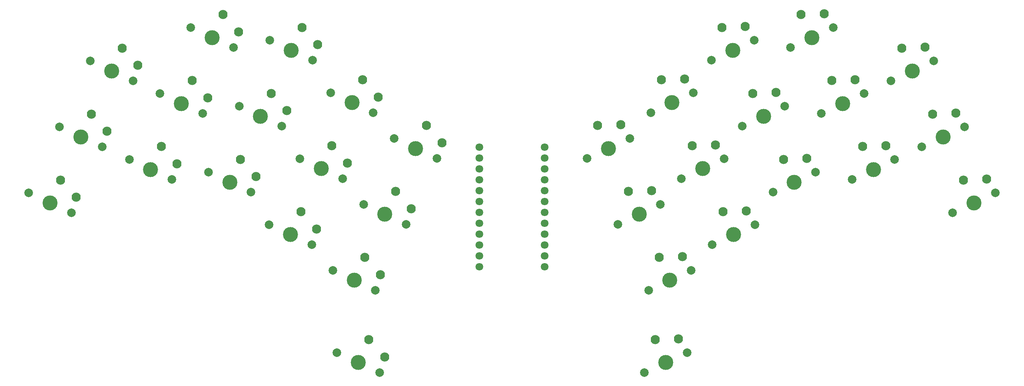
<source format=gts>
%TF.GenerationSoftware,KiCad,Pcbnew,9.0.6*%
%TF.CreationDate,2025-12-10T21:36:36-06:00*%
%TF.ProjectId,keyboard,6b657962-6f61-4726-942e-6b696361645f,v1.0.0*%
%TF.SameCoordinates,Original*%
%TF.FileFunction,Soldermask,Top*%
%TF.FilePolarity,Negative*%
%FSLAX46Y46*%
G04 Gerber Fmt 4.6, Leading zero omitted, Abs format (unit mm)*
G04 Created by KiCad (PCBNEW 9.0.6) date 2025-12-10 21:36:36*
%MOMM*%
%LPD*%
G01*
G04 APERTURE LIST*
%ADD10C,1.800000*%
%ADD11C,2.000000*%
%ADD12C,3.500000*%
%ADD13C,2.132000*%
G04 APERTURE END LIST*
D10*
%TO.C,MCU1*%
X184262465Y-74539080D03*
X184262466Y-77079082D03*
X184262466Y-79619082D03*
X184262466Y-82159082D03*
X184262466Y-84699082D03*
X184262466Y-87239082D03*
X184262466Y-89779082D03*
X184262466Y-92319082D03*
X184262466Y-94859082D03*
X184262466Y-97399082D03*
X184262463Y-99939084D03*
X184262466Y-102479082D03*
X169022466Y-102479082D03*
X169022467Y-99939084D03*
X169022466Y-97399082D03*
X169022466Y-94859082D03*
X169022466Y-92319082D03*
X169022466Y-89779082D03*
X169022466Y-87239082D03*
X169022466Y-84699082D03*
X169022466Y-82159082D03*
X169022466Y-79619082D03*
X169022466Y-77079082D03*
X169022469Y-74539080D03*
%TD*%
D11*
%TO.C,S27*%
X216218929Y-81874902D03*
D12*
X221203623Y-79550503D03*
D11*
X226188317Y-77226104D03*
D13*
X224129213Y-73993442D03*
X218710175Y-74203287D03*
%TD*%
D11*
%TO.C,S21*%
X248846010Y-66660648D03*
D12*
X253830704Y-64336249D03*
D11*
X258815398Y-62011850D03*
D13*
X256756294Y-58779188D03*
X251337256Y-58989033D03*
%TD*%
D11*
%TO.C,S23*%
X237561628Y-85052838D03*
D12*
X242546322Y-82728439D03*
D11*
X247531016Y-80404040D03*
D13*
X245471912Y-77171378D03*
X240052874Y-77381223D03*
%TD*%
D11*
%TO.C,S30*%
X201342289Y-92563480D03*
D12*
X206326983Y-90239081D03*
D11*
X211311677Y-87914682D03*
D13*
X209252573Y-84682020D03*
X203833535Y-84891865D03*
%TD*%
D11*
%TO.C,S22*%
X241661496Y-51253415D03*
D12*
X246646190Y-48929016D03*
D11*
X251630884Y-46604617D03*
D13*
X249571780Y-43371955D03*
X244152742Y-43581800D03*
%TD*%
D11*
%TO.C,S13*%
X134788758Y-103321911D03*
D12*
X139773451Y-105646311D03*
D11*
X144758144Y-107970711D03*
D13*
X145910939Y-104315433D03*
X142266899Y-100299095D03*
%TD*%
D11*
%TO.C,S19*%
X265159545Y-59053517D03*
D12*
X270144239Y-56729118D03*
D11*
X275128933Y-54404719D03*
D13*
X273069829Y-51172057D03*
X267650791Y-51381902D03*
%TD*%
D11*
%TO.C,S12*%
X134281144Y-61818871D03*
D12*
X139265837Y-64143271D03*
D11*
X144250530Y-66467671D03*
D13*
X145403325Y-62812393D03*
X141759285Y-58796055D03*
%TD*%
D11*
%TO.C,S20*%
X256030518Y-82067878D03*
D12*
X261015212Y-79743479D03*
D11*
X265999906Y-77419080D03*
D13*
X263940802Y-74186418D03*
X258521764Y-74396263D03*
%TD*%
D11*
%TO.C,S14*%
X141973270Y-87914678D03*
D12*
X146957963Y-90239078D03*
D11*
X151942656Y-92563478D03*
D13*
X153095451Y-88908200D03*
X149451411Y-84891862D03*
%TD*%
D11*
%TO.C,S2*%
X70971500Y-69811946D03*
D12*
X75956193Y-72136346D03*
D11*
X80940886Y-74460746D03*
D13*
X82093681Y-70805468D03*
X78449641Y-66789130D03*
%TD*%
D11*
%TO.C,S24*%
X230377113Y-69645607D03*
D12*
X235361807Y-67321208D03*
D11*
X240346501Y-64996809D03*
D13*
X238287397Y-61764147D03*
X232868359Y-61973992D03*
%TD*%
D11*
%TO.C,S16*%
X135761021Y-122532709D03*
D12*
X140745714Y-124857109D03*
D11*
X145730407Y-127181509D03*
D13*
X146883202Y-123526231D03*
X143239162Y-119509893D03*
%TD*%
D11*
%TO.C,S10*%
X119912119Y-92633336D03*
D12*
X124896812Y-94957736D03*
D11*
X129881505Y-97282136D03*
D13*
X131034300Y-93626858D03*
X127390260Y-89610520D03*
%TD*%
D11*
%TO.C,S8*%
X112938446Y-64996803D03*
D12*
X117923139Y-67321203D03*
D11*
X122907832Y-69645603D03*
D13*
X124060627Y-65990325D03*
X120416587Y-61973987D03*
%TD*%
D11*
%TO.C,S11*%
X127096627Y-77226102D03*
D12*
X132081320Y-79550502D03*
D11*
X137066013Y-81874902D03*
D13*
X138218808Y-78219624D03*
X134574768Y-74203286D03*
%TD*%
D11*
%TO.C,S25*%
X223192604Y-54238369D03*
D12*
X228177298Y-51913970D03*
D11*
X233161992Y-49589571D03*
D13*
X231102888Y-46356909D03*
X225683850Y-46566754D03*
%TD*%
D11*
%TO.C,S26*%
X223403442Y-97282137D03*
D12*
X228388136Y-94957738D03*
D11*
X233372830Y-92633339D03*
D13*
X231313726Y-89400677D03*
X225894688Y-89610522D03*
%TD*%
D11*
%TO.C,S18*%
X272344063Y-74460749D03*
D12*
X277328757Y-72136350D03*
D11*
X282313451Y-69811951D03*
D13*
X280254347Y-66579289D03*
X274835309Y-66789134D03*
%TD*%
D11*
%TO.C,S1*%
X63786994Y-85219179D03*
D12*
X68771687Y-87543579D03*
D11*
X73756380Y-89867979D03*
D13*
X74909175Y-86212701D03*
X71265135Y-82196363D03*
%TD*%
D11*
%TO.C,S7*%
X105753934Y-80404041D03*
D12*
X110738627Y-82728441D03*
D11*
X115723320Y-85052841D03*
D13*
X116876115Y-81397563D03*
X113232075Y-77381225D03*
%TD*%
D11*
%TO.C,S31*%
X194157777Y-77156250D03*
D12*
X199142471Y-74831851D03*
D11*
X204127165Y-72507452D03*
D13*
X202068061Y-69274790D03*
X196649023Y-69484635D03*
%TD*%
D11*
%TO.C,S4*%
X87285042Y-77419080D03*
D12*
X92269735Y-79743480D03*
D11*
X97254428Y-82067880D03*
D13*
X98407223Y-78412602D03*
X94763183Y-74396264D03*
%TD*%
D11*
%TO.C,S5*%
X94469551Y-62011846D03*
D12*
X99454244Y-64336246D03*
D11*
X104438937Y-66660646D03*
D13*
X105591732Y-63005368D03*
X101947692Y-58989030D03*
%TD*%
D11*
%TO.C,S6*%
X101654060Y-46604616D03*
D12*
X106638753Y-48929016D03*
D11*
X111623446Y-51253416D03*
D13*
X112776241Y-47598138D03*
X109132201Y-43581800D03*
%TD*%
D11*
%TO.C,S9*%
X120122952Y-49589575D03*
D12*
X125107645Y-51913975D03*
D11*
X130092338Y-54238375D03*
D13*
X131245133Y-50583097D03*
X127601093Y-46566759D03*
%TD*%
D11*
%TO.C,S3*%
X78156011Y-54404716D03*
D12*
X83140704Y-56729116D03*
D11*
X88125397Y-59053516D03*
D13*
X89278192Y-55398238D03*
X85634152Y-51381900D03*
%TD*%
D11*
%TO.C,S15*%
X149157777Y-72507448D03*
D12*
X154142470Y-74831848D03*
D11*
X159127163Y-77156248D03*
D13*
X160279958Y-73500970D03*
X156635918Y-69484632D03*
%TD*%
D11*
%TO.C,S32*%
X207554538Y-127181510D03*
D12*
X212539232Y-124857111D03*
D11*
X217523926Y-122532712D03*
D13*
X215464822Y-119300050D03*
X210045784Y-119509895D03*
%TD*%
D11*
%TO.C,S17*%
X279528567Y-89867979D03*
D12*
X284513261Y-87543580D03*
D11*
X289497955Y-85219181D03*
D13*
X287438851Y-81986519D03*
X282019813Y-82196364D03*
%TD*%
D11*
%TO.C,S28*%
X209034411Y-66467670D03*
D12*
X214019105Y-64143271D03*
D11*
X219003799Y-61818872D03*
D13*
X216944695Y-58586210D03*
X211525657Y-58796055D03*
%TD*%
D11*
%TO.C,S29*%
X208526794Y-107970711D03*
D12*
X213511488Y-105646312D03*
D11*
X218496182Y-103321913D03*
D13*
X216437078Y-100089251D03*
X211018040Y-100299096D03*
%TD*%
M02*

</source>
